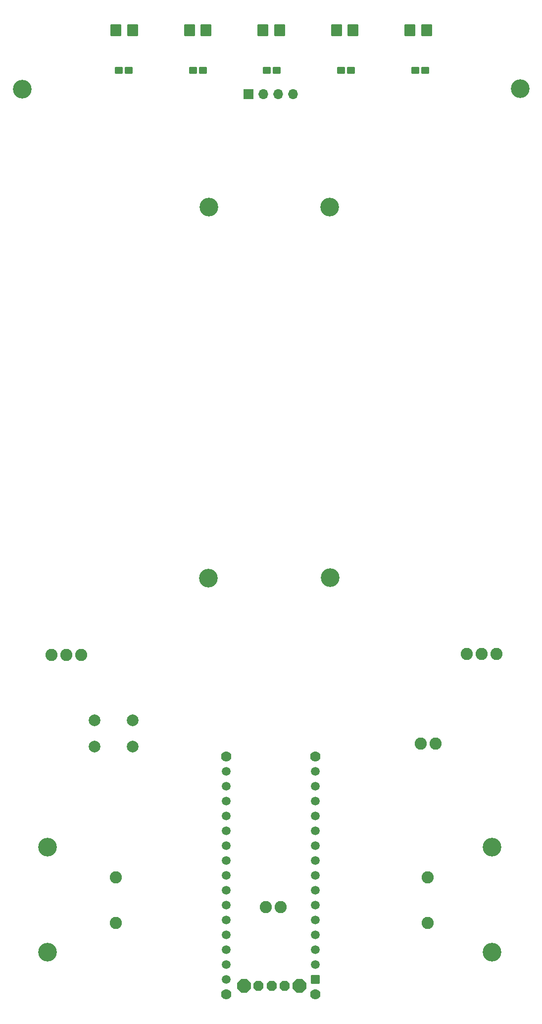
<source format=gbr>
%TF.GenerationSoftware,KiCad,Pcbnew,7.0.7*%
%TF.CreationDate,2024-02-03T16:57:13+08:00*%
%TF.ProjectId,lekirbot,6c656b69-7262-46f7-942e-6b696361645f,rev?*%
%TF.SameCoordinates,Original*%
%TF.FileFunction,Soldermask,Top*%
%TF.FilePolarity,Negative*%
%FSLAX46Y46*%
G04 Gerber Fmt 4.6, Leading zero omitted, Abs format (unit mm)*
G04 Created by KiCad (PCBNEW 7.0.7) date 2024-02-03 16:57:13*
%MOMM*%
%LPD*%
G01*
G04 APERTURE LIST*
G04 Aperture macros list*
%AMRoundRect*
0 Rectangle with rounded corners*
0 $1 Rounding radius*
0 $2 $3 $4 $5 $6 $7 $8 $9 X,Y pos of 4 corners*
0 Add a 4 corners polygon primitive as box body*
4,1,4,$2,$3,$4,$5,$6,$7,$8,$9,$2,$3,0*
0 Add four circle primitives for the rounded corners*
1,1,$1+$1,$2,$3*
1,1,$1+$1,$4,$5*
1,1,$1+$1,$6,$7*
1,1,$1+$1,$8,$9*
0 Add four rect primitives between the rounded corners*
20,1,$1+$1,$2,$3,$4,$5,0*
20,1,$1+$1,$4,$5,$6,$7,0*
20,1,$1+$1,$6,$7,$8,$9,0*
20,1,$1+$1,$8,$9,$2,$3,0*%
%AMFreePoly0*
4,1,25,0.375350,0.844196,0.387473,0.833842,0.833842,0.387473,0.862349,0.331525,0.863600,0.315631,0.863600,-0.315631,0.844196,-0.375350,0.833842,-0.387473,0.387473,-0.833842,0.331525,-0.862349,0.315631,-0.863600,-0.315631,-0.863600,-0.375350,-0.844196,-0.387473,-0.833842,-0.833842,-0.387473,-0.862349,-0.331525,-0.863600,-0.315631,-0.863600,0.315631,-0.844196,0.375350,-0.833842,0.387473,
-0.387473,0.833842,-0.331525,0.862349,-0.315631,0.863600,0.315631,0.863600,0.375350,0.844196,0.375350,0.844196,$1*%
%AMFreePoly1*
4,1,25,0.501602,1.148996,0.513725,1.138642,1.138642,0.513725,1.167149,0.457777,1.168400,0.441883,1.168400,-0.441883,1.148996,-0.501602,1.138642,-0.513725,0.513725,-1.138642,0.457777,-1.167149,0.441883,-1.168400,-0.441883,-1.168400,-0.501602,-1.148996,-0.513725,-1.138642,-1.138642,-0.513725,-1.167149,-0.457777,-1.168400,-0.441883,-1.168400,0.441883,-1.148996,0.501602,-1.138642,0.513725,
-0.513725,1.138642,-0.457777,1.167149,-0.441883,1.168400,0.441883,1.168400,0.501602,1.148996,0.501602,1.148996,$1*%
G04 Aperture macros list end*
%ADD10RoundRect,0.101600X-0.550000X-0.500000X0.550000X-0.500000X0.550000X0.500000X-0.550000X0.500000X0*%
%ADD11R,1.700000X1.700000*%
%ADD12O,1.700000X1.700000*%
%ADD13C,3.200000*%
%ADD14C,2.082800*%
%ADD15RoundRect,0.101600X-0.800000X-0.901500X0.800000X-0.901500X0.800000X0.901500X-0.800000X0.901500X0*%
%ADD16C,2.000000*%
%ADD17C,1.778000*%
%ADD18RoundRect,0.101600X0.654000X-0.654000X0.654000X0.654000X-0.654000X0.654000X-0.654000X-0.654000X0*%
%ADD19C,1.511200*%
%ADD20FreePoly0,90.000000*%
%ADD21FreePoly1,90.000000*%
G04 APERTURE END LIST*
D10*
%TO.C,R1*%
X109095200Y-27965200D03*
X110795200Y-27965200D03*
%TD*%
%TO.C,R2*%
X96430400Y-27965200D03*
X98130400Y-27965200D03*
%TD*%
D11*
%TO.C,J3*%
X80620000Y-32080000D03*
D12*
X83160000Y-32080000D03*
X85700000Y-32080000D03*
X88240000Y-32080000D03*
%TD*%
D13*
%TO.C,H3*%
X46240700Y-178734600D03*
%TD*%
D14*
%TO.C,J1*%
X122987200Y-127736400D03*
X120447200Y-127736400D03*
X117907200Y-127736400D03*
%TD*%
D15*
%TO.C,D2*%
X95657200Y-21107200D03*
X98501200Y-21107200D03*
%TD*%
D14*
%TO.C,M1A0*%
X57912000Y-165945700D03*
%TD*%
%TO.C,J2*%
X51968800Y-127914200D03*
X49428800Y-127914200D03*
X46888800Y-127914200D03*
%TD*%
D13*
%TO.C,H4*%
X46240700Y-160776800D03*
%TD*%
D15*
%TO.C,D1*%
X108230200Y-21107200D03*
X111074200Y-21107200D03*
%TD*%
D16*
%TO.C,SW1*%
X54308000Y-139086000D03*
X60808000Y-139086000D03*
X54308000Y-143586000D03*
X60808000Y-143586000D03*
%TD*%
D15*
%TO.C,D4*%
X70511200Y-21107200D03*
X73355200Y-21107200D03*
%TD*%
D13*
%TO.C,H5*%
X127051200Y-31165600D03*
%TD*%
D14*
%TO.C,LDR0*%
X110084000Y-143078000D03*
X112624000Y-143078000D03*
%TD*%
%TO.C,BATT0*%
X86081000Y-171018000D03*
X83541000Y-171018000D03*
%TD*%
D15*
%TO.C,D3*%
X83084200Y-21107200D03*
X85928200Y-21107200D03*
%TD*%
D10*
%TO.C,R5*%
X58435800Y-27965200D03*
X60135800Y-27965200D03*
%TD*%
D17*
%TO.C,ARDUINO_NANO1*%
X76810000Y-185928000D03*
X92050000Y-185928000D03*
X76810000Y-145288000D03*
X92050000Y-145288000D03*
D18*
X92050000Y-183388000D03*
D19*
X92050000Y-180848000D03*
X92050000Y-178308000D03*
X92050000Y-175768000D03*
X92050000Y-173228000D03*
X92050000Y-170688000D03*
X92050000Y-168148000D03*
X92050000Y-165608000D03*
X92050000Y-163068000D03*
X92050000Y-160528000D03*
X92050000Y-157988000D03*
X92050000Y-155448000D03*
X92050000Y-152908000D03*
X92050000Y-150368000D03*
X92050000Y-147828000D03*
X76810000Y-147828000D03*
X76810000Y-150368000D03*
X76810000Y-152908000D03*
X76810000Y-155448000D03*
X76810000Y-157988000D03*
X76810000Y-160528000D03*
X76810000Y-163068000D03*
X76810000Y-165608000D03*
X76810000Y-168148000D03*
X76810000Y-170688000D03*
X76810000Y-173228000D03*
X76810000Y-175768000D03*
X76810000Y-178308000D03*
X76810000Y-180848000D03*
X76810000Y-183388000D03*
%TD*%
D13*
%TO.C,H8*%
X73812800Y-51358600D03*
%TD*%
D10*
%TO.C,R3*%
X83765500Y-27965200D03*
X85465500Y-27965200D03*
%TD*%
D20*
%TO.C,S2X0*%
X82334500Y-184480000D03*
X84557000Y-184480000D03*
X86779500Y-184480000D03*
D21*
X79807000Y-184492500D03*
X89307000Y-184467500D03*
%TD*%
D14*
%TO.C,M1B0*%
X57912000Y-173692700D03*
%TD*%
D13*
%TO.C,H10*%
X94564600Y-114706200D03*
%TD*%
%TO.C,H7*%
X94488400Y-51409400D03*
%TD*%
%TO.C,H9*%
X73787400Y-114782400D03*
%TD*%
D14*
%TO.C,M2A0*%
X111252000Y-165945700D03*
%TD*%
%TO.C,M2B0*%
X111252000Y-173692700D03*
%TD*%
D13*
%TO.C,H6*%
X41910400Y-31241800D03*
%TD*%
%TO.C,H1*%
X122262900Y-178734600D03*
%TD*%
D15*
%TO.C,D5*%
X57938200Y-21107200D03*
X60782200Y-21107200D03*
%TD*%
D10*
%TO.C,R4*%
X71100700Y-27965200D03*
X72800700Y-27965200D03*
%TD*%
D13*
%TO.C,H2*%
X122262900Y-160776800D03*
%TD*%
M02*

</source>
